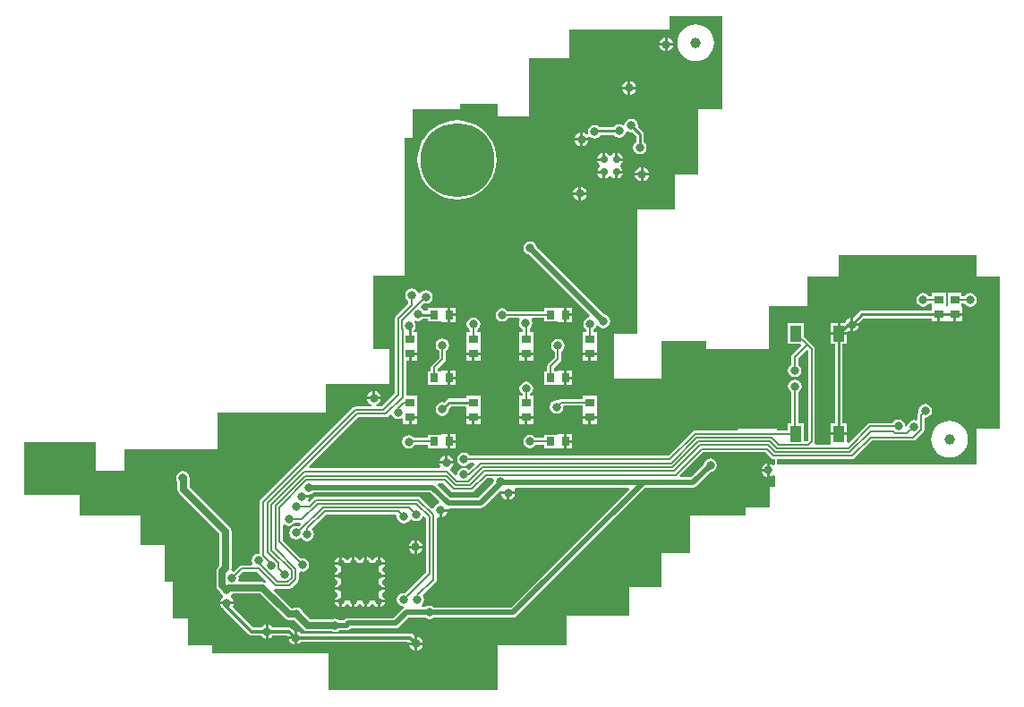
<source format=gtl>
G04 Layer_Physical_Order=1*
G04 Layer_Color=255*
%FSLAX25Y25*%
%MOIN*%
G70*
G01*
G75*
%ADD10C,0.03937*%
%ADD11R,0.03347X0.03150*%
%ADD12R,0.03150X0.03347*%
%ADD13R,0.04134X0.05906*%
%ADD14C,0.00700*%
%ADD15C,0.00709*%
%ADD16C,0.02000*%
%ADD17C,0.01200*%
%ADD18C,0.01000*%
%ADD19C,0.02500*%
%ADD20R,0.14173X0.14173*%
%ADD21C,0.27559*%
%ADD22C,0.03150*%
%ADD23C,0.02800*%
%ADD24C,0.02598*%
G36*
X1547994Y1517416D02*
X1547761Y1516680D01*
X1547134Y1516420D01*
X1546597Y1516008D01*
X1546184Y1515470D01*
X1545966Y1514944D01*
X1545614Y1514789D01*
X1545202Y1514718D01*
X1541007Y1518912D01*
X1540594Y1519188D01*
X1540106Y1519285D01*
X1502040D01*
X1501552Y1519188D01*
X1501138Y1518912D01*
X1499549Y1517323D01*
X1499022Y1517785D01*
X1499114Y1517906D01*
X1499374Y1518532D01*
X1499396Y1518704D01*
X1496865D01*
Y1519704D01*
X1499449D01*
X1499463Y1519925D01*
X1499994Y1520207D01*
X1500441Y1520296D01*
X1501031Y1520690D01*
X1544720D01*
X1547994Y1517416D01*
D02*
G37*
G36*
X1568332Y1525322D02*
X1568205Y1524685D01*
X1568235Y1524537D01*
X1562446Y1518748D01*
X1552141D01*
X1547513Y1523376D01*
X1547803Y1524076D01*
X1549502D01*
X1552462Y1521116D01*
X1552876Y1520839D01*
X1553363Y1520742D01*
X1560026D01*
X1560513Y1520839D01*
X1560927Y1521116D01*
X1565833Y1526022D01*
X1567867D01*
X1568332Y1525322D01*
D02*
G37*
G36*
X1483628Y1487654D02*
X1483182Y1487110D01*
X1482985Y1487242D01*
X1482146Y1487409D01*
X1473580D01*
X1473122Y1488109D01*
X1473252Y1488760D01*
X1473133Y1489356D01*
X1474900Y1491123D01*
X1480159D01*
X1483628Y1487654D01*
D02*
G37*
G36*
X1653307Y1663661D02*
X1644449D01*
Y1639055D01*
X1635591D01*
Y1626260D01*
X1621811D01*
Y1580000D01*
X1612953D01*
Y1563268D01*
X1630669D01*
Y1577047D01*
X1647402D01*
Y1574094D01*
X1670630D01*
Y1590236D01*
X1685197D01*
Y1601260D01*
X1696614D01*
Y1609134D01*
X1748189D01*
Y1601260D01*
X1756850D01*
Y1544567D01*
X1748189D01*
Y1531181D01*
X1673779D01*
Y1533125D01*
X1701628D01*
X1702115Y1533222D01*
X1702529Y1533498D01*
X1709083Y1540053D01*
X1724480D01*
X1724967Y1540150D01*
X1725381Y1540426D01*
X1728188Y1543233D01*
X1728465Y1543647D01*
X1728562Y1544135D01*
Y1548362D01*
X1728898Y1548638D01*
X1729863Y1548830D01*
X1730682Y1549377D01*
X1731229Y1550196D01*
X1731421Y1551161D01*
X1731229Y1552127D01*
X1730682Y1552946D01*
X1729863Y1553493D01*
X1728898Y1553685D01*
X1727932Y1553493D01*
X1727113Y1552946D01*
X1726566Y1552127D01*
X1726374Y1551161D01*
X1726510Y1550478D01*
X1726386Y1550354D01*
X1726110Y1549940D01*
X1726012Y1549452D01*
Y1548075D01*
X1725312Y1547615D01*
X1724665Y1547744D01*
X1723700Y1547552D01*
X1722881Y1547005D01*
X1722334Y1546186D01*
X1722154Y1545281D01*
X1721480Y1545354D01*
X1721288Y1546320D01*
X1720741Y1547139D01*
X1719922Y1547686D01*
X1718957Y1547878D01*
X1717991Y1547686D01*
X1717172Y1547139D01*
X1716832Y1546629D01*
X1708425D01*
X1707937Y1546532D01*
X1707524Y1546255D01*
X1700480Y1539211D01*
X1699780Y1539501D01*
Y1542098D01*
X1696713D01*
X1693646D01*
Y1539176D01*
X1693646Y1538646D01*
X1693016Y1538476D01*
X1688073D01*
X1687699Y1539176D01*
X1687752Y1539256D01*
X1687849Y1539744D01*
Y1574193D01*
X1687752Y1574681D01*
X1687476Y1575094D01*
X1685803Y1576767D01*
X1683735Y1578835D01*
Y1583853D01*
X1677801D01*
Y1576147D01*
X1682390D01*
X1682680Y1575447D01*
X1679374Y1572141D01*
X1679098Y1571728D01*
X1679001Y1571240D01*
Y1568345D01*
X1678491Y1568005D01*
X1677944Y1567186D01*
X1677752Y1566220D01*
X1677944Y1565255D01*
X1678491Y1564436D01*
X1679310Y1563889D01*
X1680276Y1563697D01*
X1681241Y1563889D01*
X1682060Y1564436D01*
X1682607Y1565255D01*
X1682799Y1566220D01*
X1682607Y1567186D01*
X1682060Y1568005D01*
X1681550Y1568345D01*
Y1570712D01*
X1684669Y1573831D01*
X1685300Y1573472D01*
Y1540272D01*
X1684902Y1539873D01*
X1683735D01*
Y1546451D01*
X1681648D01*
Y1558190D01*
X1682158Y1558531D01*
X1682705Y1559349D01*
X1682897Y1560315D01*
X1682705Y1561281D01*
X1682158Y1562099D01*
X1681340Y1562646D01*
X1680374Y1562838D01*
X1679408Y1562646D01*
X1678590Y1562099D01*
X1678043Y1561281D01*
X1677851Y1560315D01*
X1678043Y1559349D01*
X1678590Y1558531D01*
X1679099Y1558190D01*
Y1546451D01*
X1677801D01*
Y1543873D01*
X1673779D01*
Y1544567D01*
X1659213D01*
Y1544567D01*
X1659213D01*
X1659198Y1543873D01*
X1643268D01*
X1642780Y1543776D01*
X1642366Y1543500D01*
X1633291Y1534424D01*
X1559270D01*
X1558930Y1534934D01*
X1558111Y1535481D01*
X1557146Y1535673D01*
X1556180Y1535481D01*
X1555361Y1534934D01*
X1554815Y1534115D01*
X1554622Y1533150D01*
X1554815Y1532184D01*
X1555361Y1531365D01*
X1556180Y1530818D01*
X1557146Y1530626D01*
X1558111Y1530818D01*
X1558930Y1531365D01*
X1559270Y1531875D01*
X1560752D01*
X1561020Y1531228D01*
X1559009Y1529217D01*
X1558930Y1529225D01*
X1558111Y1529772D01*
X1557146Y1529964D01*
X1556180Y1529772D01*
X1555361Y1529225D01*
X1554815Y1528407D01*
X1554634Y1527501D01*
X1554408Y1527359D01*
X1553959Y1527186D01*
X1552161Y1528984D01*
X1552127Y1529123D01*
X1552259Y1529877D01*
X1552529Y1530084D01*
X1552942Y1530622D01*
X1553201Y1531249D01*
X1553224Y1531421D01*
X1548162D01*
X1548184Y1531249D01*
X1548444Y1530622D01*
X1548539Y1530498D01*
X1548194Y1529798D01*
X1499717D01*
X1499449Y1530445D01*
X1517808Y1548804D01*
X1528209D01*
X1528696Y1548901D01*
X1529110Y1549177D01*
X1529645Y1549713D01*
X1530435Y1549512D01*
X1530854Y1548885D01*
X1531672Y1548338D01*
X1532638Y1548146D01*
X1533603Y1548338D01*
X1533776Y1548454D01*
X1534394Y1548124D01*
Y1546224D01*
X1536567D01*
Y1548799D01*
X1537067D01*
Y1549299D01*
X1539740D01*
Y1551178D01*
X1539740Y1551374D01*
X1539740Y1551374D01*
X1539640Y1551836D01*
X1539640D01*
Y1556786D01*
X1535621D01*
Y1569847D01*
X1536567D01*
Y1572421D01*
X1537067D01*
Y1572921D01*
X1539740D01*
Y1574800D01*
X1539740Y1574996D01*
X1539740Y1574996D01*
X1539640Y1575458D01*
X1539640D01*
Y1580408D01*
X1538494D01*
Y1581125D01*
X1539004Y1581889D01*
X1539196Y1582854D01*
X1539004Y1583820D01*
X1538653Y1584346D01*
X1539144Y1584845D01*
X1539156Y1584853D01*
X1540118Y1584662D01*
X1541084Y1584854D01*
X1541902Y1585401D01*
X1542009Y1585561D01*
X1543647D01*
Y1584415D01*
X1548400D01*
X1549059Y1584315D01*
X1549255Y1584315D01*
X1551134D01*
Y1586988D01*
Y1589661D01*
X1549255D01*
X1549059Y1589661D01*
X1548400Y1589561D01*
X1543647D01*
Y1588416D01*
X1542272D01*
X1541902Y1588969D01*
X1541354Y1589336D01*
X1541184Y1590156D01*
X1542234Y1591206D01*
X1542972Y1591059D01*
X1543938Y1591251D01*
X1544757Y1591798D01*
X1545304Y1592617D01*
X1545496Y1593583D01*
X1545304Y1594548D01*
X1544757Y1595367D01*
X1543938Y1595914D01*
X1542972Y1596106D01*
X1542007Y1595914D01*
X1541188Y1595367D01*
X1540870Y1594890D01*
X1540127Y1595038D01*
X1540087Y1595237D01*
X1539540Y1596056D01*
X1538721Y1596603D01*
X1537756Y1596795D01*
X1536790Y1596603D01*
X1535972Y1596056D01*
X1535425Y1595237D01*
X1535233Y1594272D01*
X1535425Y1593306D01*
X1535972Y1592487D01*
X1536481Y1592147D01*
Y1591034D01*
X1531754Y1586306D01*
X1531477Y1585892D01*
X1531380Y1585405D01*
Y1557612D01*
X1526519Y1552750D01*
X1524625D01*
X1524486Y1553450D01*
X1524957Y1553645D01*
X1525495Y1554058D01*
X1525907Y1554596D01*
X1526167Y1555222D01*
X1526190Y1555394D01*
X1521127D01*
X1521150Y1555222D01*
X1521409Y1554596D01*
X1521822Y1554058D01*
X1522360Y1553645D01*
X1522831Y1553450D01*
X1522692Y1552750D01*
X1516702D01*
X1516214Y1552653D01*
X1515801Y1552377D01*
X1481441Y1518017D01*
X1481165Y1517604D01*
X1481068Y1517116D01*
Y1498286D01*
X1480571Y1497878D01*
X1479605Y1497686D01*
X1478787Y1497139D01*
X1478240Y1496320D01*
X1478048Y1495354D01*
X1478240Y1494389D01*
X1478300Y1494298D01*
X1477970Y1493680D01*
X1474370D01*
X1473881Y1493583D01*
X1473466Y1493306D01*
X1471477Y1491317D01*
X1470870Y1491420D01*
X1470460Y1492042D01*
X1470558Y1492537D01*
Y1506279D01*
X1470391Y1507118D01*
X1469916Y1507830D01*
X1454909Y1522837D01*
Y1525486D01*
X1455043Y1526161D01*
X1454851Y1527127D01*
X1454304Y1527946D01*
X1453485Y1528493D01*
X1452520Y1528685D01*
X1451554Y1528493D01*
X1450735Y1527946D01*
X1450189Y1527127D01*
X1449996Y1526161D01*
X1450189Y1525196D01*
X1450524Y1524693D01*
Y1521929D01*
X1450691Y1521090D01*
X1451167Y1520379D01*
X1466174Y1505371D01*
Y1493445D01*
X1465657Y1492928D01*
X1465181Y1492217D01*
X1465015Y1491378D01*
Y1486081D01*
X1465181Y1485242D01*
X1465657Y1484531D01*
X1466478Y1483709D01*
X1466527Y1483463D01*
X1467074Y1482645D01*
X1467290Y1482500D01*
X1467337Y1482388D01*
X1467297Y1481654D01*
X1467022Y1481443D01*
X1466609Y1480905D01*
X1466350Y1480278D01*
X1466327Y1480106D01*
X1471389D01*
X1471367Y1480278D01*
X1471107Y1480905D01*
X1470695Y1481443D01*
X1470419Y1481654D01*
X1470380Y1482388D01*
X1470426Y1482500D01*
X1470642Y1482645D01*
X1470896Y1483024D01*
X1481238D01*
X1490340Y1473922D01*
X1491051Y1473447D01*
X1491890Y1473280D01*
X1493669D01*
X1493877Y1473141D01*
X1494000Y1473117D01*
X1497328Y1469788D01*
X1498039Y1469313D01*
X1498878Y1469147D01*
X1507940D01*
X1508149Y1469007D01*
X1508972Y1468844D01*
X1508903Y1468144D01*
X1496521D01*
X1496285Y1468451D01*
X1495747Y1468863D01*
X1495121Y1469123D01*
X1494949Y1469145D01*
Y1466614D01*
Y1464083D01*
X1495121Y1464106D01*
X1495747Y1464365D01*
X1496285Y1464778D01*
X1496521Y1465085D01*
X1536183D01*
X1536305Y1464949D01*
X1538831D01*
Y1467112D01*
X1538247Y1467696D01*
X1537751Y1468027D01*
X1537165Y1468144D01*
X1509325D01*
X1509256Y1468844D01*
X1510080Y1469007D01*
X1510669Y1469401D01*
X1513446D01*
X1514187Y1469549D01*
X1514816Y1469969D01*
X1514962Y1470115D01*
X1531580D01*
X1532322Y1470263D01*
X1532950Y1470683D01*
X1536491Y1474224D01*
X1542549D01*
X1543286Y1473732D01*
X1544252Y1473540D01*
X1545218Y1473732D01*
X1545807Y1474126D01*
X1575453D01*
X1576194Y1474273D01*
X1576823Y1474693D01*
X1624680Y1522551D01*
X1642480D01*
X1643222Y1522698D01*
X1643850Y1523118D01*
X1649148Y1528416D01*
X1649844Y1528555D01*
X1650662Y1529102D01*
X1651209Y1529920D01*
X1651401Y1530886D01*
X1651209Y1531851D01*
X1650662Y1532670D01*
X1649844Y1533217D01*
X1648878Y1533409D01*
X1647912Y1533217D01*
X1647094Y1532670D01*
X1646547Y1531851D01*
X1646408Y1531156D01*
X1641678Y1526425D01*
X1637760D01*
X1637492Y1527072D01*
X1646148Y1535728D01*
X1669366D01*
X1671595Y1533498D01*
X1672009Y1533222D01*
X1672496Y1533125D01*
X1672992D01*
Y1531147D01*
X1672466Y1530918D01*
X1672292Y1530888D01*
X1671793Y1531271D01*
X1671166Y1531531D01*
X1670994Y1531554D01*
Y1529022D01*
Y1526491D01*
X1671166Y1526514D01*
X1671793Y1526773D01*
X1672292Y1527156D01*
X1672466Y1527127D01*
X1672992Y1526898D01*
Y1522913D01*
X1671024D01*
Y1515039D01*
X1662165D01*
Y1512087D01*
X1641496D01*
Y1498307D01*
X1630669D01*
Y1485512D01*
X1618858D01*
Y1474685D01*
X1595236D01*
Y1463858D01*
X1569646D01*
Y1447126D01*
X1506653D01*
Y1460905D01*
X1463346D01*
Y1463858D01*
X1454488D01*
Y1473701D01*
X1448583D01*
Y1487480D01*
X1445630D01*
Y1501260D01*
X1436772D01*
Y1512087D01*
X1414134D01*
Y1519961D01*
X1393465D01*
Y1539646D01*
X1420039D01*
Y1528819D01*
X1430866D01*
Y1536693D01*
X1465315D01*
Y1550472D01*
X1505669D01*
Y1561299D01*
X1529291D01*
Y1574094D01*
X1523386D01*
Y1601653D01*
X1535197D01*
Y1651850D01*
Y1652835D01*
X1538150D01*
Y1663661D01*
X1555866D01*
Y1665630D01*
X1569646D01*
Y1660709D01*
X1581457D01*
Y1682362D01*
X1596220D01*
Y1693189D01*
X1633622D01*
Y1698110D01*
X1653307D01*
Y1663661D01*
D02*
G37*
G36*
X1618554Y1521904D02*
X1574650Y1478000D01*
X1545807D01*
X1545218Y1478394D01*
X1544252Y1478586D01*
X1543286Y1478394D01*
X1542844Y1478099D01*
X1541513D01*
X1541301Y1478799D01*
X1541607Y1479003D01*
X1542154Y1479822D01*
X1542346Y1480787D01*
X1542154Y1481753D01*
X1541685Y1482455D01*
X1546648Y1487418D01*
X1546925Y1487831D01*
X1547022Y1488319D01*
Y1511211D01*
X1547722Y1511679D01*
X1547761Y1511663D01*
X1547933Y1511640D01*
Y1514171D01*
X1548433D01*
Y1514671D01*
X1551417D01*
X1551644Y1514874D01*
X1563248D01*
X1563989Y1515021D01*
X1564618Y1515441D01*
X1570436Y1521259D01*
X1570829Y1521065D01*
X1576179D01*
X1576156Y1521238D01*
X1575897Y1521864D01*
X1576252Y1522551D01*
X1618287D01*
X1618554Y1521904D01*
D02*
G37*
G36*
X1532205Y1511911D02*
X1532181Y1511791D01*
X1532374Y1510826D01*
X1532920Y1510007D01*
X1533739Y1509460D01*
X1534705Y1509268D01*
X1535670Y1509460D01*
X1536489Y1510007D01*
X1536909Y1510636D01*
X1537508Y1510765D01*
X1537732Y1510736D01*
X1538463Y1510248D01*
X1539429Y1510056D01*
X1540395Y1510248D01*
X1541213Y1510795D01*
X1541751Y1511599D01*
X1541824Y1511703D01*
X1542515Y1511824D01*
X1543076Y1511263D01*
Y1491158D01*
X1535208Y1483290D01*
X1534606Y1483409D01*
X1533641Y1483217D01*
X1532822Y1482670D01*
X1532275Y1481851D01*
X1532083Y1480886D01*
X1532275Y1479920D01*
X1532822Y1479102D01*
X1533641Y1478555D01*
X1534373Y1478409D01*
X1534564Y1477695D01*
X1534319Y1477531D01*
X1530778Y1473990D01*
X1514160D01*
X1513419Y1473843D01*
X1512790Y1473423D01*
X1512644Y1473276D01*
X1510669D01*
X1510080Y1473670D01*
X1509114Y1473862D01*
X1508149Y1473670D01*
X1507940Y1473531D01*
X1499786D01*
X1497247Y1476070D01*
X1497174Y1476438D01*
X1496627Y1477257D01*
X1495808Y1477804D01*
X1494843Y1477996D01*
X1493877Y1477804D01*
X1493669Y1477665D01*
X1492798D01*
X1486310Y1484153D01*
X1486574Y1484804D01*
X1486618Y1484835D01*
X1487066Y1484745D01*
X1487066Y1484745D01*
X1491988D01*
X1492477Y1484843D01*
X1492892Y1485120D01*
X1495249Y1487477D01*
X1495526Y1487891D01*
X1495623Y1488381D01*
Y1490951D01*
X1496323Y1491393D01*
X1497008Y1491256D01*
X1497974Y1491448D01*
X1498792Y1491995D01*
X1499339Y1492814D01*
X1499531Y1493779D01*
X1499339Y1494745D01*
X1498792Y1495564D01*
X1497974Y1496111D01*
X1497008Y1496303D01*
X1496407Y1496183D01*
X1489585Y1503005D01*
Y1508638D01*
X1490285Y1508903D01*
X1490924Y1508476D01*
X1491890Y1508284D01*
X1492855Y1508476D01*
X1493674Y1509023D01*
X1494015Y1509533D01*
X1496189D01*
X1496479Y1508833D01*
X1495644Y1507998D01*
X1495611Y1508020D01*
X1494646Y1508212D01*
X1493680Y1508020D01*
X1492861Y1507473D01*
X1492315Y1506655D01*
X1492122Y1505689D01*
X1492315Y1504723D01*
X1492861Y1503905D01*
X1493680Y1503358D01*
X1494646Y1503166D01*
X1495611Y1503358D01*
X1496430Y1503905D01*
X1496667D01*
X1496995Y1503413D01*
X1497814Y1502866D01*
X1498779Y1502674D01*
X1499745Y1502866D01*
X1500564Y1503413D01*
X1501111Y1504231D01*
X1501303Y1505197D01*
X1501111Y1506162D01*
X1500564Y1506981D01*
X1500532Y1507305D01*
X1505773Y1512546D01*
X1531664D01*
X1532205Y1511911D01*
D02*
G37*
%LPC*%
G36*
X1539740Y1548299D02*
X1537567D01*
Y1546224D01*
X1539740D01*
Y1548299D01*
D02*
G37*
G36*
X1699780Y1579500D02*
X1696713D01*
X1693646D01*
Y1576047D01*
X1695285D01*
Y1546551D01*
X1693646D01*
Y1543098D01*
X1696713D01*
X1699780D01*
Y1546551D01*
X1698140D01*
Y1576047D01*
X1699780D01*
Y1579500D01*
D02*
G37*
G36*
X1592366Y1542417D02*
X1591708Y1542317D01*
X1586954D01*
Y1541019D01*
X1583877D01*
X1583536Y1541528D01*
X1582718Y1542075D01*
X1581752Y1542267D01*
X1580786Y1542075D01*
X1579968Y1541528D01*
X1579421Y1540710D01*
X1579229Y1539744D01*
X1579421Y1538778D01*
X1579968Y1537960D01*
X1580786Y1537413D01*
X1581752Y1537221D01*
X1582718Y1537413D01*
X1583536Y1537960D01*
X1583877Y1538470D01*
X1586954D01*
Y1537171D01*
X1591708D01*
X1592366Y1537071D01*
X1592562Y1537071D01*
X1594441D01*
Y1539744D01*
Y1542417D01*
X1592562D01*
X1592368Y1542417D01*
X1592366D01*
D02*
G37*
G36*
X1597516Y1539244D02*
X1595441D01*
Y1537071D01*
X1597516D01*
Y1539244D01*
D02*
G37*
G36*
X1554209Y1539244D02*
X1552134D01*
Y1537071D01*
X1554209D01*
Y1539244D01*
D02*
G37*
G36*
X1737953Y1547468D02*
X1736619Y1547337D01*
X1735336Y1546948D01*
X1734154Y1546316D01*
X1733117Y1545465D01*
X1732267Y1544429D01*
X1731635Y1543247D01*
X1731246Y1541964D01*
X1731114Y1540630D01*
X1731246Y1539296D01*
X1731635Y1538013D01*
X1732267Y1536831D01*
X1733117Y1535794D01*
X1734154Y1534944D01*
X1735336Y1534312D01*
X1736619Y1533923D01*
X1737953Y1533792D01*
X1739287Y1533923D01*
X1740570Y1534312D01*
X1741752Y1534944D01*
X1742788Y1535794D01*
X1743639Y1536831D01*
X1744271Y1538013D01*
X1744660Y1539296D01*
X1744791Y1540630D01*
X1744660Y1541964D01*
X1744271Y1543247D01*
X1743639Y1544429D01*
X1742788Y1545465D01*
X1741752Y1546316D01*
X1740570Y1546948D01*
X1739287Y1547337D01*
X1737953Y1547468D01*
D02*
G37*
G36*
X1549059Y1542417D02*
X1548400Y1542317D01*
X1543647D01*
Y1541019D01*
X1538634D01*
X1538359Y1541430D01*
X1537540Y1541977D01*
X1536575Y1542169D01*
X1535609Y1541977D01*
X1534791Y1541430D01*
X1534244Y1540611D01*
X1534052Y1539646D01*
X1534244Y1538680D01*
X1534791Y1537861D01*
X1535609Y1537315D01*
X1536575Y1537122D01*
X1537540Y1537315D01*
X1538359Y1537861D01*
X1538765Y1538470D01*
X1543647D01*
Y1537171D01*
X1548400D01*
X1549059Y1537071D01*
X1549255Y1537071D01*
X1551134D01*
Y1539744D01*
Y1542417D01*
X1549255D01*
X1549061Y1542417D01*
X1549059D01*
D02*
G37*
G36*
X1595441Y1542417D02*
Y1540244D01*
X1597516D01*
Y1542417D01*
X1595441D01*
D02*
G37*
G36*
X1552134D02*
Y1540244D01*
X1554209D01*
Y1542417D01*
X1552134D01*
D02*
G37*
G36*
X1523158Y1558426D02*
X1522986Y1558403D01*
X1522360Y1558143D01*
X1521822Y1557731D01*
X1521409Y1557193D01*
X1521150Y1556567D01*
X1521127Y1556394D01*
X1523158D01*
Y1558426D01*
D02*
G37*
G36*
X1563262Y1556786D02*
X1558116D01*
Y1555739D01*
X1551634D01*
X1551634Y1555739D01*
X1551088Y1555630D01*
X1550624Y1555320D01*
X1550624Y1555320D01*
X1549594Y1554290D01*
X1549173Y1554374D01*
X1548208Y1554182D01*
X1547389Y1553635D01*
X1546842Y1552816D01*
X1546650Y1551850D01*
X1546842Y1550885D01*
X1547389Y1550066D01*
X1548208Y1549519D01*
X1549173Y1549327D01*
X1550139Y1549519D01*
X1550957Y1550066D01*
X1551504Y1550885D01*
X1551696Y1551850D01*
X1551613Y1552271D01*
X1552225Y1552884D01*
X1557621D01*
X1558116Y1552389D01*
Y1552033D01*
X1558016Y1551374D01*
X1558016Y1551178D01*
Y1549299D01*
X1563362D01*
Y1551178D01*
X1563362Y1551374D01*
X1563262Y1552033D01*
Y1552074D01*
Y1556786D01*
D02*
G37*
G36*
X1606569D02*
X1601423D01*
Y1555585D01*
X1593268D01*
X1592780Y1555488D01*
X1592367Y1555212D01*
X1592196Y1555042D01*
X1591595Y1555161D01*
X1590629Y1554969D01*
X1589810Y1554422D01*
X1589263Y1553603D01*
X1589071Y1552638D01*
X1589263Y1551672D01*
X1589810Y1550854D01*
X1590629Y1550307D01*
X1591595Y1550115D01*
X1592560Y1550307D01*
X1593379Y1550854D01*
X1593926Y1551672D01*
X1594118Y1552638D01*
X1594445Y1553036D01*
X1601423D01*
Y1552033D01*
X1601323Y1551374D01*
X1601323Y1551178D01*
Y1549299D01*
X1606669D01*
Y1551178D01*
X1606669Y1551374D01*
X1606569Y1552033D01*
Y1552074D01*
Y1556786D01*
D02*
G37*
G36*
X1592185Y1577897D02*
X1591219Y1577705D01*
X1590401Y1577158D01*
X1589854Y1576340D01*
X1589662Y1575374D01*
X1589854Y1574408D01*
X1590401Y1573590D01*
X1590911Y1573249D01*
Y1570981D01*
X1588528Y1568598D01*
X1588252Y1568185D01*
X1588155Y1567697D01*
Y1565939D01*
X1586954D01*
Y1560793D01*
X1591708D01*
X1592366Y1560693D01*
X1592562Y1560693D01*
X1594441D01*
Y1563366D01*
Y1566039D01*
X1592562D01*
X1592366Y1566039D01*
X1591708Y1565939D01*
X1590704D01*
Y1567169D01*
X1593086Y1569552D01*
X1593363Y1569965D01*
X1593460Y1570453D01*
Y1573249D01*
X1593969Y1573590D01*
X1594516Y1574408D01*
X1594708Y1575374D01*
X1594516Y1576340D01*
X1593969Y1577158D01*
X1593151Y1577705D01*
X1592185Y1577897D01*
D02*
G37*
G36*
X1549173Y1578094D02*
X1548208Y1577902D01*
X1547389Y1577355D01*
X1546842Y1576536D01*
X1546650Y1575571D01*
X1546842Y1574605D01*
X1547389Y1573787D01*
X1547899Y1573446D01*
Y1570981D01*
X1545221Y1568303D01*
X1544945Y1567889D01*
X1544848Y1567402D01*
Y1565939D01*
X1543647D01*
Y1560793D01*
X1548400D01*
X1549059Y1560693D01*
X1549255Y1560693D01*
X1551134D01*
Y1563366D01*
Y1566039D01*
X1549255D01*
X1549059Y1566039D01*
X1548400Y1565939D01*
X1547396D01*
Y1566874D01*
X1550074Y1569552D01*
X1550351Y1569965D01*
X1550448Y1570453D01*
Y1573446D01*
X1550957Y1573787D01*
X1551504Y1574605D01*
X1551696Y1575571D01*
X1551504Y1576536D01*
X1550957Y1577355D01*
X1550139Y1577902D01*
X1549173Y1578094D01*
D02*
G37*
G36*
X1524158Y1558426D02*
Y1556394D01*
X1526190D01*
X1526167Y1556567D01*
X1525907Y1557193D01*
X1525495Y1557731D01*
X1524957Y1558143D01*
X1524331Y1558403D01*
X1524158Y1558426D01*
D02*
G37*
G36*
X1580374Y1562051D02*
X1579408Y1561859D01*
X1578590Y1561312D01*
X1578043Y1560493D01*
X1577851Y1559528D01*
X1578043Y1558562D01*
X1578590Y1557743D01*
X1578975Y1557486D01*
X1578886Y1556786D01*
X1577801D01*
Y1552033D01*
X1577701Y1551374D01*
X1577701Y1551178D01*
Y1549299D01*
X1583047D01*
Y1551178D01*
X1583047Y1551374D01*
X1582947Y1552033D01*
Y1556786D01*
X1581862D01*
X1581773Y1557486D01*
X1582158Y1557743D01*
X1582705Y1558562D01*
X1582897Y1559528D01*
X1582705Y1560493D01*
X1582158Y1561312D01*
X1581340Y1561859D01*
X1580374Y1562051D01*
D02*
G37*
G36*
X1579874Y1548299D02*
X1577701D01*
Y1546224D01*
X1579874D01*
Y1548299D01*
D02*
G37*
G36*
X1563362D02*
X1561189D01*
Y1546224D01*
X1563362D01*
Y1548299D01*
D02*
G37*
G36*
X1560189D02*
X1558016D01*
Y1546224D01*
X1560189D01*
Y1548299D01*
D02*
G37*
G36*
X1606669D02*
X1604496D01*
Y1546224D01*
X1606669D01*
Y1548299D01*
D02*
G37*
G36*
X1603496D02*
X1601323D01*
Y1546224D01*
X1603496D01*
Y1548299D01*
D02*
G37*
G36*
X1583047D02*
X1580874D01*
Y1546224D01*
X1583047D01*
Y1548299D01*
D02*
G37*
G36*
X1527678Y1479795D02*
X1525933D01*
Y1478051D01*
X1526330Y1478129D01*
X1527091Y1478638D01*
X1527599Y1479398D01*
X1527678Y1479795D01*
D02*
G37*
G36*
X1510760D02*
X1509015D01*
X1509094Y1479398D01*
X1509602Y1478638D01*
X1510363Y1478129D01*
X1510760Y1478051D01*
Y1479795D01*
D02*
G37*
G36*
Y1496713D02*
X1510363Y1496634D01*
X1509602Y1496126D01*
X1509094Y1495366D01*
X1509015Y1494968D01*
X1510760D01*
Y1496713D01*
D02*
G37*
G36*
X1524933D02*
X1524536Y1496634D01*
X1523775Y1496126D01*
X1523465Y1495662D01*
X1522676D01*
X1522366Y1496126D01*
X1521606Y1496634D01*
X1521209Y1496713D01*
Y1494468D01*
X1520209D01*
Y1496713D01*
X1519812Y1496634D01*
X1519051Y1496126D01*
X1518741Y1495662D01*
X1517952D01*
X1517642Y1496126D01*
X1516881Y1496634D01*
X1516484Y1496713D01*
Y1494468D01*
X1515484D01*
Y1496713D01*
X1515087Y1496634D01*
X1514327Y1496126D01*
X1514017Y1495662D01*
X1513228D01*
X1512918Y1496126D01*
X1512157Y1496634D01*
X1511760Y1496713D01*
Y1494468D01*
X1511260D01*
Y1493968D01*
X1509015D01*
X1509094Y1493571D01*
X1509602Y1492811D01*
X1510066Y1492501D01*
Y1491712D01*
X1509602Y1491402D01*
X1509094Y1490641D01*
X1509015Y1490244D01*
X1511260D01*
Y1489244D01*
X1509015D01*
X1509094Y1488847D01*
X1509602Y1488086D01*
X1510066Y1487776D01*
Y1486987D01*
X1509602Y1486677D01*
X1509094Y1485917D01*
X1509015Y1485520D01*
X1511260D01*
Y1484520D01*
X1509015D01*
X1509094Y1484122D01*
X1509602Y1483362D01*
X1510066Y1483052D01*
Y1482263D01*
X1509602Y1481953D01*
X1509094Y1481192D01*
X1509015Y1480795D01*
X1511260D01*
Y1480295D01*
X1511760D01*
Y1478051D01*
X1512157Y1478129D01*
X1512918Y1478638D01*
X1513228Y1479102D01*
X1514017D01*
X1514327Y1478638D01*
X1515087Y1478129D01*
X1515484Y1478051D01*
Y1480295D01*
X1516484D01*
Y1478051D01*
X1516881Y1478129D01*
X1517642Y1478638D01*
X1517952Y1479102D01*
X1518741D01*
X1519051Y1478638D01*
X1519812Y1478129D01*
X1520209Y1478051D01*
Y1480295D01*
X1521209D01*
Y1478051D01*
X1521606Y1478129D01*
X1522366Y1478638D01*
X1522676Y1479102D01*
X1523465D01*
X1523775Y1478638D01*
X1524536Y1478129D01*
X1524933Y1478051D01*
Y1480295D01*
X1525433D01*
Y1480795D01*
X1527678D01*
X1527599Y1481192D01*
X1527091Y1481953D01*
X1526626Y1482263D01*
Y1483052D01*
X1527091Y1483362D01*
X1527599Y1484122D01*
X1527678Y1484520D01*
X1525433D01*
Y1485520D01*
X1527678D01*
X1527599Y1485917D01*
X1527091Y1486677D01*
X1526626Y1486987D01*
Y1487776D01*
X1527091Y1488086D01*
X1527599Y1488847D01*
X1527678Y1489244D01*
X1525433D01*
Y1490244D01*
X1527678D01*
X1527599Y1490641D01*
X1527091Y1491402D01*
X1526626Y1491712D01*
Y1492501D01*
X1527091Y1492811D01*
X1527599Y1493571D01*
X1527678Y1493968D01*
X1525433D01*
Y1494468D01*
X1524933D01*
Y1496713D01*
D02*
G37*
G36*
X1525933D02*
Y1494968D01*
X1527678D01*
X1527599Y1495366D01*
X1527091Y1496126D01*
X1526330Y1496634D01*
X1525933Y1496713D01*
D02*
G37*
G36*
X1484221Y1471409D02*
Y1468878D01*
Y1466347D01*
X1484393Y1466369D01*
X1485019Y1466629D01*
X1485557Y1467042D01*
X1485792Y1467349D01*
X1491397D01*
X1491613Y1467114D01*
X1493949D01*
Y1469179D01*
X1493168Y1469959D01*
X1492672Y1470291D01*
X1492087Y1470407D01*
X1485792D01*
X1485557Y1470714D01*
X1485019Y1471127D01*
X1484393Y1471387D01*
X1484221Y1471409D01*
D02*
G37*
G36*
X1541862Y1463949D02*
X1539831D01*
Y1461918D01*
X1540003Y1461940D01*
X1540629Y1462200D01*
X1541167Y1462612D01*
X1541580Y1463150D01*
X1541839Y1463777D01*
X1541862Y1463949D01*
D02*
G37*
G36*
X1538831D02*
X1536800D01*
X1536822Y1463777D01*
X1537082Y1463150D01*
X1537494Y1462612D01*
X1538032Y1462200D01*
X1538659Y1461940D01*
X1538831Y1461918D01*
Y1463949D01*
D02*
G37*
G36*
X1493949Y1466114D02*
X1491918D01*
X1491940Y1465942D01*
X1492200Y1465316D01*
X1492612Y1464778D01*
X1493150Y1464365D01*
X1493777Y1464106D01*
X1493949Y1464083D01*
Y1466114D01*
D02*
G37*
G36*
X1471389Y1479106D02*
X1466327D01*
X1466350Y1478934D01*
X1466609Y1478308D01*
X1467022Y1477770D01*
X1467560Y1477357D01*
X1467666Y1477313D01*
X1467777Y1477147D01*
X1477127Y1467797D01*
X1477623Y1467465D01*
X1478209Y1467349D01*
X1481649D01*
X1481884Y1467042D01*
X1482422Y1466629D01*
X1483048Y1466369D01*
X1483220Y1466347D01*
Y1468878D01*
Y1471409D01*
X1483048Y1471387D01*
X1482422Y1471127D01*
X1481884Y1470714D01*
X1481649Y1470407D01*
X1478842D01*
X1471035Y1478214D01*
X1471107Y1478308D01*
X1471367Y1478934D01*
X1471389Y1479106D01*
D02*
G37*
G36*
X1539831Y1466980D02*
Y1464949D01*
X1541862D01*
X1541839Y1465121D01*
X1541580Y1465747D01*
X1541167Y1466285D01*
X1540629Y1466698D01*
X1540003Y1466957D01*
X1539831Y1466980D01*
D02*
G37*
G36*
X1669994Y1528522D02*
X1667963D01*
X1667986Y1528350D01*
X1668245Y1527724D01*
X1668658Y1527186D01*
X1669196Y1526773D01*
X1669822Y1526514D01*
X1669994Y1526491D01*
Y1528522D01*
D02*
G37*
G36*
X1576179Y1520065D02*
X1574148D01*
Y1518034D01*
X1574320Y1518057D01*
X1574946Y1518316D01*
X1575484Y1518729D01*
X1575897Y1519267D01*
X1576156Y1519893D01*
X1576179Y1520065D01*
D02*
G37*
G36*
X1669994Y1531554D02*
X1669822Y1531531D01*
X1669196Y1531271D01*
X1668658Y1530859D01*
X1668245Y1530321D01*
X1667986Y1529695D01*
X1667963Y1529522D01*
X1669994D01*
Y1531554D01*
D02*
G37*
G36*
X1551193Y1534452D02*
Y1532421D01*
X1553224D01*
X1553201Y1532593D01*
X1552942Y1533219D01*
X1552529Y1533757D01*
X1551991Y1534170D01*
X1551365Y1534429D01*
X1551193Y1534452D01*
D02*
G37*
G36*
X1550193D02*
X1550021Y1534429D01*
X1549394Y1534170D01*
X1548857Y1533757D01*
X1548444Y1533219D01*
X1548184Y1532593D01*
X1548162Y1532421D01*
X1550193D01*
Y1534452D01*
D02*
G37*
G36*
X1573148Y1520065D02*
X1571117D01*
X1571139Y1519893D01*
X1571399Y1519267D01*
X1571811Y1518729D01*
X1572349Y1518316D01*
X1572976Y1518057D01*
X1573148Y1518034D01*
Y1520065D01*
D02*
G37*
G36*
X1541691Y1499973D02*
X1539660D01*
Y1497941D01*
X1539832Y1497964D01*
X1540458Y1498223D01*
X1540996Y1498636D01*
X1541409Y1499174D01*
X1541668Y1499800D01*
X1541691Y1499973D01*
D02*
G37*
G36*
X1538660D02*
X1536628D01*
X1536651Y1499800D01*
X1536911Y1499174D01*
X1537323Y1498636D01*
X1537861Y1498223D01*
X1538488Y1497964D01*
X1538660Y1497941D01*
Y1499973D01*
D02*
G37*
G36*
Y1503004D02*
X1538488Y1502981D01*
X1537861Y1502722D01*
X1537323Y1502309D01*
X1536911Y1501771D01*
X1536651Y1501145D01*
X1536628Y1500972D01*
X1538660D01*
Y1503004D01*
D02*
G37*
G36*
X1550964Y1513671D02*
X1548933D01*
Y1511640D01*
X1549105Y1511663D01*
X1549732Y1511922D01*
X1550269Y1512335D01*
X1550682Y1512873D01*
X1550941Y1513499D01*
X1550964Y1513671D01*
D02*
G37*
G36*
X1539660Y1503004D02*
Y1500972D01*
X1541691D01*
X1541668Y1501145D01*
X1541409Y1501771D01*
X1540996Y1502309D01*
X1540458Y1502722D01*
X1539832Y1502981D01*
X1539660Y1503004D01*
D02*
G37*
G36*
X1554209Y1562866D02*
X1552134D01*
Y1560693D01*
X1554209D01*
Y1562866D01*
D02*
G37*
G36*
X1608713Y1647111D02*
X1608276Y1647025D01*
X1607482Y1646494D01*
X1606952Y1645700D01*
X1606865Y1645264D01*
X1608713D01*
Y1647111D01*
D02*
G37*
G36*
X1623886Y1641783D02*
Y1639752D01*
X1625917D01*
X1625894Y1639924D01*
X1625635Y1640550D01*
X1625222Y1641088D01*
X1624684Y1641501D01*
X1624058Y1641760D01*
X1623886Y1641783D01*
D02*
G37*
G36*
X1622886D02*
X1622714Y1641760D01*
X1622087Y1641501D01*
X1621549Y1641088D01*
X1621137Y1640550D01*
X1620877Y1639924D01*
X1620855Y1639752D01*
X1622886D01*
Y1641783D01*
D02*
G37*
G36*
X1600445Y1651744D02*
X1598414D01*
X1598436Y1651572D01*
X1598696Y1650946D01*
X1599109Y1650408D01*
X1599646Y1649995D01*
X1600273Y1649736D01*
X1600445Y1649713D01*
Y1651744D01*
D02*
G37*
G36*
X1613437Y1647111D02*
X1613001Y1647025D01*
X1612207Y1646494D01*
X1611996Y1646178D01*
X1611154D01*
X1610943Y1646494D01*
X1610149Y1647025D01*
X1609713Y1647111D01*
Y1644764D01*
X1609213D01*
Y1644264D01*
X1606865D01*
X1606952Y1643827D01*
X1607482Y1643033D01*
X1607798Y1642822D01*
Y1641981D01*
X1607482Y1641770D01*
X1606952Y1640976D01*
X1606865Y1640539D01*
X1609213D01*
Y1640039D01*
X1609713D01*
Y1637692D01*
X1610149Y1637779D01*
X1610943Y1638309D01*
X1611154Y1638625D01*
X1611996D01*
X1612207Y1638309D01*
X1613001Y1637779D01*
X1613437Y1637692D01*
Y1640039D01*
X1613937D01*
Y1640539D01*
X1616285D01*
X1616198Y1640976D01*
X1615667Y1641770D01*
X1615352Y1641981D01*
Y1642822D01*
X1615667Y1643033D01*
X1616198Y1643827D01*
X1616285Y1644264D01*
X1613937D01*
Y1644764D01*
X1613437D01*
Y1647111D01*
D02*
G37*
G36*
X1614437D02*
Y1645264D01*
X1616285D01*
X1616198Y1645700D01*
X1615667Y1646494D01*
X1614873Y1647025D01*
X1614437Y1647111D01*
D02*
G37*
G36*
X1622886Y1638752D02*
X1620855D01*
X1620877Y1638580D01*
X1621137Y1637953D01*
X1621549Y1637416D01*
X1622087Y1637003D01*
X1622714Y1636743D01*
X1622886Y1636721D01*
Y1638752D01*
D02*
G37*
G36*
X1600854Y1634598D02*
Y1632567D01*
X1602885D01*
X1602863Y1632739D01*
X1602603Y1633365D01*
X1602191Y1633903D01*
X1601653Y1634316D01*
X1601027Y1634575D01*
X1600854Y1634598D01*
D02*
G37*
G36*
X1599854D02*
X1599682Y1634575D01*
X1599056Y1634316D01*
X1598518Y1633903D01*
X1598105Y1633365D01*
X1597846Y1632739D01*
X1597823Y1632567D01*
X1599854D01*
Y1634598D01*
D02*
G37*
G36*
X1616285Y1639539D02*
X1614437D01*
Y1637692D01*
X1614873Y1637779D01*
X1615667Y1638309D01*
X1616198Y1639103D01*
X1616285Y1639539D01*
D02*
G37*
G36*
X1608713D02*
X1606865D01*
X1606952Y1639103D01*
X1607482Y1638309D01*
X1608276Y1637779D01*
X1608713Y1637692D01*
Y1639539D01*
D02*
G37*
G36*
X1625917Y1638752D02*
X1623886D01*
Y1636721D01*
X1624058Y1636743D01*
X1624684Y1637003D01*
X1625222Y1637416D01*
X1625635Y1637953D01*
X1625894Y1638580D01*
X1625917Y1638752D01*
D02*
G37*
G36*
X1631904Y1687177D02*
X1629873D01*
X1629896Y1687005D01*
X1630155Y1686379D01*
X1630568Y1685841D01*
X1631106Y1685428D01*
X1631732Y1685169D01*
X1631904Y1685146D01*
Y1687177D01*
D02*
G37*
G36*
X1643465Y1695106D02*
X1642130Y1694975D01*
X1640848Y1694586D01*
X1639665Y1693954D01*
X1638629Y1693103D01*
X1637779Y1692067D01*
X1637147Y1690885D01*
X1636757Y1689602D01*
X1636626Y1688268D01*
X1636757Y1686934D01*
X1637147Y1685651D01*
X1637779Y1684468D01*
X1638629Y1683432D01*
X1639665Y1682582D01*
X1640848Y1681950D01*
X1642130Y1681561D01*
X1643465Y1681429D01*
X1644799Y1681561D01*
X1646082Y1681950D01*
X1647264Y1682582D01*
X1648300Y1683432D01*
X1649150Y1684468D01*
X1649783Y1685651D01*
X1650172Y1686934D01*
X1650303Y1688268D01*
X1650172Y1689602D01*
X1649783Y1690885D01*
X1649150Y1692067D01*
X1648300Y1693103D01*
X1647264Y1693954D01*
X1646082Y1694586D01*
X1644799Y1694975D01*
X1643465Y1695106D01*
D02*
G37*
G36*
X1619196Y1673998D02*
Y1671967D01*
X1621227D01*
X1621204Y1672139D01*
X1620945Y1672766D01*
X1620532Y1673303D01*
X1619994Y1673716D01*
X1619368Y1673976D01*
X1619196Y1673998D01*
D02*
G37*
G36*
X1632904Y1690208D02*
Y1688177D01*
X1634935D01*
X1634913Y1688349D01*
X1634653Y1688976D01*
X1634241Y1689514D01*
X1633703Y1689926D01*
X1633076Y1690186D01*
X1632904Y1690208D01*
D02*
G37*
G36*
X1631904D02*
X1631732Y1690186D01*
X1631106Y1689926D01*
X1630568Y1689514D01*
X1630155Y1688976D01*
X1629896Y1688349D01*
X1629873Y1688177D01*
X1631904D01*
Y1690208D01*
D02*
G37*
G36*
X1634935Y1687177D02*
X1632904D01*
Y1685146D01*
X1633076Y1685169D01*
X1633703Y1685428D01*
X1634241Y1685841D01*
X1634653Y1686379D01*
X1634913Y1687005D01*
X1634935Y1687177D01*
D02*
G37*
G36*
X1619449Y1659955D02*
X1618483Y1659763D01*
X1617665Y1659216D01*
X1617118Y1658397D01*
X1617003Y1657821D01*
X1616257Y1657478D01*
X1615887Y1657725D01*
X1614921Y1657917D01*
X1613956Y1657725D01*
X1613137Y1657178D01*
X1612899Y1656821D01*
X1607706D01*
X1607643Y1656915D01*
X1606824Y1657462D01*
X1605859Y1657655D01*
X1604893Y1657462D01*
X1604074Y1656915D01*
X1603527Y1656097D01*
X1603335Y1655131D01*
X1603503Y1654290D01*
X1603489Y1654278D01*
X1602781Y1654080D01*
X1602243Y1654493D01*
X1601617Y1654753D01*
X1601445Y1654775D01*
Y1652744D01*
X1603476D01*
X1603453Y1652916D01*
X1603344Y1653180D01*
X1603964Y1653512D01*
X1604074Y1653347D01*
X1604893Y1652800D01*
X1605859Y1652608D01*
X1606824Y1652800D01*
X1607643Y1653347D01*
X1608057Y1653966D01*
X1612899D01*
X1613137Y1653609D01*
X1613956Y1653062D01*
X1614921Y1652870D01*
X1615887Y1653062D01*
X1616706Y1653609D01*
X1617253Y1654428D01*
X1617367Y1655004D01*
X1618113Y1655347D01*
X1618483Y1655100D01*
X1619449Y1654908D01*
X1619870Y1654992D01*
X1621243Y1653618D01*
Y1651297D01*
X1620887Y1651059D01*
X1620340Y1650240D01*
X1620148Y1649274D01*
X1620340Y1648309D01*
X1620887Y1647490D01*
X1621705Y1646943D01*
X1622671Y1646751D01*
X1623636Y1646943D01*
X1624455Y1647490D01*
X1625002Y1648309D01*
X1625194Y1649274D01*
X1625002Y1650240D01*
X1624455Y1651059D01*
X1624098Y1651297D01*
Y1654209D01*
X1623990Y1654756D01*
X1623680Y1655219D01*
X1623680Y1655219D01*
X1621888Y1657010D01*
X1621972Y1657431D01*
X1621780Y1658397D01*
X1621233Y1659216D01*
X1620414Y1659763D01*
X1619449Y1659955D01*
D02*
G37*
G36*
X1600445Y1654775D02*
X1600273Y1654753D01*
X1599646Y1654493D01*
X1599109Y1654080D01*
X1598696Y1653543D01*
X1598436Y1652916D01*
X1598414Y1652744D01*
X1600445D01*
Y1654775D01*
D02*
G37*
G36*
X1603476Y1651744D02*
X1601445D01*
Y1649713D01*
X1601617Y1649736D01*
X1602243Y1649995D01*
X1602781Y1650408D01*
X1603194Y1650946D01*
X1603453Y1651572D01*
X1603476Y1651744D01*
D02*
G37*
G36*
X1618196Y1673998D02*
X1618023Y1673976D01*
X1617397Y1673716D01*
X1616859Y1673303D01*
X1616446Y1672766D01*
X1616187Y1672139D01*
X1616164Y1671967D01*
X1618196D01*
Y1673998D01*
D02*
G37*
G36*
X1621227Y1670967D02*
X1619196D01*
Y1668936D01*
X1619368Y1668959D01*
X1619994Y1669218D01*
X1620532Y1669631D01*
X1620945Y1670169D01*
X1621204Y1670795D01*
X1621227Y1670967D01*
D02*
G37*
G36*
X1618196D02*
X1616164D01*
X1616187Y1670795D01*
X1616446Y1670169D01*
X1616859Y1669631D01*
X1617397Y1669218D01*
X1618023Y1668959D01*
X1618196Y1668936D01*
Y1670967D01*
D02*
G37*
G36*
X1554587Y1659390D02*
X1552283Y1659209D01*
X1550036Y1658670D01*
X1547902Y1657785D01*
X1545932Y1656578D01*
X1544174Y1655077D01*
X1542674Y1653320D01*
X1541467Y1651350D01*
X1540582Y1649216D01*
X1540043Y1646969D01*
X1539862Y1644665D01*
X1540043Y1642362D01*
X1540582Y1640115D01*
X1541467Y1637980D01*
X1542674Y1636010D01*
X1544174Y1634253D01*
X1545932Y1632753D01*
X1547902Y1631545D01*
X1550036Y1630661D01*
X1552283Y1630122D01*
X1554587Y1629940D01*
X1556890Y1630122D01*
X1559137Y1630661D01*
X1561272Y1631545D01*
X1563242Y1632753D01*
X1564999Y1634253D01*
X1566499Y1636010D01*
X1567707Y1637980D01*
X1568591Y1640115D01*
X1569130Y1642362D01*
X1569312Y1644665D01*
X1569130Y1646969D01*
X1568591Y1649216D01*
X1567707Y1651350D01*
X1566499Y1653320D01*
X1564999Y1655077D01*
X1563242Y1656578D01*
X1561272Y1657785D01*
X1559137Y1658670D01*
X1556890Y1659209D01*
X1554587Y1659390D01*
D02*
G37*
G36*
X1603496Y1571921D02*
X1601323D01*
Y1569847D01*
X1603496D01*
Y1571921D01*
D02*
G37*
G36*
X1583047D02*
X1580874D01*
Y1569847D01*
X1583047D01*
Y1571921D01*
D02*
G37*
G36*
X1579874D02*
X1577701D01*
Y1569847D01*
X1579874D01*
Y1571921D01*
D02*
G37*
G36*
X1696213Y1583953D02*
X1693646D01*
Y1580500D01*
X1696213D01*
Y1583953D01*
D02*
G37*
G36*
X1560689Y1585968D02*
X1559723Y1585776D01*
X1558905Y1585229D01*
X1558358Y1584410D01*
X1558166Y1583445D01*
X1558358Y1582479D01*
X1558905Y1581661D01*
X1559414Y1581320D01*
Y1580408D01*
X1558116D01*
Y1575655D01*
X1558016Y1574996D01*
X1558016Y1574800D01*
Y1572921D01*
X1563362D01*
Y1574800D01*
X1563362Y1574996D01*
X1563262Y1575655D01*
Y1580408D01*
X1561963D01*
Y1581320D01*
X1562473Y1581661D01*
X1563020Y1582479D01*
X1563212Y1583445D01*
X1563020Y1584410D01*
X1562473Y1585229D01*
X1561655Y1585776D01*
X1560689Y1585968D01*
D02*
G37*
G36*
X1606669Y1571921D02*
X1604496D01*
Y1569847D01*
X1606669D01*
Y1571921D01*
D02*
G37*
G36*
X1595441Y1566039D02*
Y1563866D01*
X1597516D01*
Y1566039D01*
X1595441D01*
D02*
G37*
G36*
X1552134D02*
Y1563866D01*
X1554209D01*
Y1566039D01*
X1552134D01*
D02*
G37*
G36*
X1597516Y1562866D02*
X1595441D01*
Y1560693D01*
X1597516D01*
Y1562866D01*
D02*
G37*
G36*
X1563362Y1571921D02*
X1561189D01*
Y1569847D01*
X1563362D01*
Y1571921D01*
D02*
G37*
G36*
X1560189D02*
X1558016D01*
Y1569847D01*
X1560189D01*
Y1571921D01*
D02*
G37*
G36*
X1539740D02*
X1537567D01*
Y1569847D01*
X1539740D01*
Y1571921D01*
D02*
G37*
G36*
X1592366Y1589661D02*
X1591708Y1589561D01*
X1586954D01*
Y1588263D01*
X1573476D01*
X1573201Y1588674D01*
X1572383Y1589221D01*
X1571417Y1589413D01*
X1570452Y1589221D01*
X1569633Y1588674D01*
X1569086Y1587855D01*
X1568894Y1586890D01*
X1569086Y1585924D01*
X1569633Y1585106D01*
X1570452Y1584558D01*
X1571417Y1584367D01*
X1572383Y1584558D01*
X1573201Y1585106D01*
X1573608Y1585714D01*
X1577678D01*
X1578052Y1585014D01*
X1577846Y1584706D01*
X1577654Y1583740D01*
X1577846Y1582775D01*
X1578393Y1581956D01*
X1579099Y1581484D01*
Y1580408D01*
X1577801D01*
Y1575655D01*
X1577701Y1574996D01*
X1577701Y1574800D01*
Y1572921D01*
X1583047D01*
Y1574800D01*
X1583047Y1574996D01*
X1582947Y1575655D01*
Y1580408D01*
X1581649D01*
Y1581747D01*
X1581961Y1581956D01*
X1582508Y1582775D01*
X1582700Y1583740D01*
X1582508Y1584706D01*
X1582303Y1585014D01*
X1582677Y1585714D01*
X1586954D01*
Y1584415D01*
X1591708D01*
X1592366Y1584315D01*
X1592562Y1584315D01*
X1594441D01*
Y1586988D01*
Y1589661D01*
X1592562D01*
X1592368Y1589661D01*
X1592366D01*
D02*
G37*
G36*
X1595441Y1589661D02*
Y1587488D01*
X1597516D01*
Y1589661D01*
X1595441D01*
D02*
G37*
G36*
X1552134D02*
Y1587488D01*
X1554209D01*
Y1589661D01*
X1552134D01*
D02*
G37*
G36*
X1602885Y1631567D02*
X1600854D01*
Y1629536D01*
X1601027Y1629558D01*
X1601653Y1629818D01*
X1602191Y1630231D01*
X1602603Y1630768D01*
X1602863Y1631395D01*
X1602885Y1631567D01*
D02*
G37*
G36*
X1599854D02*
X1597823D01*
X1597846Y1631395D01*
X1598105Y1630768D01*
X1598518Y1630231D01*
X1599056Y1629818D01*
X1599682Y1629558D01*
X1599854Y1629536D01*
Y1631567D01*
D02*
G37*
G36*
X1742495Y1595073D02*
X1737348D01*
Y1590320D01*
X1737322Y1590152D01*
X1736614D01*
X1736589Y1590320D01*
Y1595073D01*
X1731442D01*
Y1593779D01*
X1730330D01*
X1729993Y1594284D01*
X1729174Y1594831D01*
X1728209Y1595023D01*
X1727243Y1594831D01*
X1726424Y1594284D01*
X1725877Y1593466D01*
X1725685Y1592500D01*
X1725877Y1591534D01*
X1726424Y1590716D01*
X1727243Y1590169D01*
X1728209Y1589977D01*
X1729174Y1590169D01*
X1729993Y1590716D01*
X1730330Y1591221D01*
X1731442D01*
Y1590320D01*
X1731343Y1589661D01*
X1731343Y1589465D01*
Y1588514D01*
X1705374D01*
X1705374Y1588514D01*
X1704828Y1588405D01*
X1704365Y1588096D01*
X1704365Y1588096D01*
X1702145Y1585876D01*
X1702134Y1585878D01*
Y1583846D01*
X1704165D01*
X1704164Y1583858D01*
X1705965Y1585659D01*
X1731343D01*
Y1584512D01*
X1733516D01*
Y1587087D01*
X1734516D01*
Y1584512D01*
X1736689D01*
Y1584512D01*
X1737248D01*
Y1584512D01*
X1739421D01*
Y1587087D01*
X1739921D01*
Y1587587D01*
X1742595D01*
Y1589465D01*
X1742595Y1589661D01*
X1742495Y1590320D01*
Y1591221D01*
X1743508D01*
X1743846Y1590716D01*
X1744664Y1590169D01*
X1745630Y1589977D01*
X1746596Y1590169D01*
X1747414Y1590716D01*
X1747961Y1591534D01*
X1748153Y1592500D01*
X1747961Y1593466D01*
X1747414Y1594284D01*
X1746596Y1594831D01*
X1745630Y1595023D01*
X1744664Y1594831D01*
X1743846Y1594284D01*
X1743508Y1593779D01*
X1742495D01*
Y1595073D01*
D02*
G37*
G36*
X1581850Y1614216D02*
X1580885Y1614024D01*
X1580066Y1613477D01*
X1579519Y1612659D01*
X1579327Y1611693D01*
X1579519Y1610727D01*
X1580066Y1609909D01*
X1580885Y1609362D01*
X1581580Y1609223D01*
X1604074Y1586730D01*
X1603805Y1586009D01*
X1603129Y1585874D01*
X1602310Y1585328D01*
X1601763Y1584509D01*
X1601571Y1583543D01*
X1601763Y1582578D01*
X1602310Y1581759D01*
X1602722Y1581484D01*
Y1580408D01*
X1601423D01*
Y1575655D01*
X1601323Y1574996D01*
X1601323Y1574800D01*
Y1572921D01*
X1606669D01*
Y1574800D01*
X1606669Y1574996D01*
X1606569Y1575655D01*
Y1580408D01*
X1605271D01*
Y1581353D01*
X1605879Y1581759D01*
X1606426Y1582578D01*
X1606465Y1582777D01*
X1607208Y1582925D01*
X1607330Y1582743D01*
X1608149Y1582196D01*
X1609114Y1582004D01*
X1610080Y1582196D01*
X1610898Y1582743D01*
X1611445Y1583562D01*
X1611637Y1584528D01*
X1611445Y1585493D01*
X1610898Y1586312D01*
X1610080Y1586859D01*
X1609261Y1587022D01*
X1584320Y1611963D01*
X1584182Y1612659D01*
X1583635Y1613477D01*
X1582816Y1614024D01*
X1581850Y1614216D01*
D02*
G37*
G36*
X1704165Y1582847D02*
X1702134D01*
Y1580815D01*
X1702306Y1580838D01*
X1702932Y1581097D01*
X1703470Y1581510D01*
X1703883Y1582048D01*
X1704142Y1582674D01*
X1704165Y1582847D01*
D02*
G37*
G36*
X1701134Y1585878D02*
X1700962Y1585855D01*
X1700335Y1585596D01*
X1699797Y1585183D01*
X1699385Y1584645D01*
X1699329Y1584509D01*
X1698951Y1584257D01*
X1698951Y1584257D01*
X1698647Y1583953D01*
X1697213D01*
Y1580500D01*
X1699780D01*
Y1580641D01*
X1700027Y1580844D01*
X1700480Y1581038D01*
X1700962Y1580838D01*
X1701134Y1580815D01*
Y1583346D01*
Y1585878D01*
D02*
G37*
G36*
X1742595Y1586587D02*
X1740421D01*
Y1584512D01*
X1742595D01*
Y1586587D01*
D02*
G37*
G36*
X1597516Y1586488D02*
X1595441D01*
Y1584315D01*
X1597516D01*
Y1586488D01*
D02*
G37*
G36*
X1554209Y1586488D02*
X1552134D01*
Y1584315D01*
X1554209D01*
Y1586488D01*
D02*
G37*
%LPD*%
D10*
X1643465Y1688268D02*
D03*
X1737953Y1540630D02*
D03*
D11*
X1739921Y1592598D02*
D03*
Y1587087D02*
D03*
X1537067Y1577933D02*
D03*
Y1572421D02*
D03*
Y1554311D02*
D03*
Y1548799D02*
D03*
X1560689Y1554311D02*
D03*
Y1548799D02*
D03*
Y1577933D02*
D03*
Y1572421D02*
D03*
X1580374Y1577933D02*
D03*
Y1572421D02*
D03*
Y1554311D02*
D03*
Y1548799D02*
D03*
X1603996Y1554311D02*
D03*
Y1548799D02*
D03*
Y1577933D02*
D03*
Y1572421D02*
D03*
X1734016Y1592598D02*
D03*
Y1587087D02*
D03*
D12*
X1546122Y1539744D02*
D03*
X1551634D02*
D03*
X1546122Y1563366D02*
D03*
X1551634D02*
D03*
X1589429Y1586988D02*
D03*
X1594941D02*
D03*
X1589429Y1563366D02*
D03*
X1594941D02*
D03*
X1589429Y1539744D02*
D03*
X1594941D02*
D03*
X1546122Y1586988D02*
D03*
X1551634D02*
D03*
D13*
X1680768Y1580000D02*
D03*
X1696713D02*
D03*
X1680768Y1542598D02*
D03*
X1696713D02*
D03*
D14*
X1680374Y1542992D02*
X1680768Y1542598D01*
X1680374Y1542992D02*
Y1560315D01*
X1684902Y1575866D02*
X1686575Y1574193D01*
X1680768Y1580000D02*
X1684902Y1575866D01*
X1680276Y1571240D02*
X1684902Y1575866D01*
X1680276Y1566220D02*
Y1571240D01*
X1494646Y1505689D02*
X1495138D01*
X1498779Y1507355D02*
X1505245Y1513820D01*
X1498779Y1505197D02*
Y1507355D01*
X1488311Y1502477D02*
X1497008Y1493779D01*
X1492943Y1488961D02*
Y1491742D01*
X1485492Y1499193D02*
X1492943Y1491742D01*
X1516702Y1551476D02*
X1527046D01*
X1482343Y1497290D02*
Y1517116D01*
X1517280Y1550079D02*
X1528209D01*
X1483917Y1498570D02*
Y1516716D01*
X1497701Y1528524D02*
X1550820D01*
X1485492Y1499193D02*
Y1516315D01*
X1498491Y1525351D02*
X1550029D01*
X1488311Y1502477D02*
Y1515170D01*
X1498491Y1525351D01*
X1485492Y1516315D02*
X1497701Y1528524D01*
X1483917Y1516716D02*
X1517280Y1550079D01*
X1482343Y1517116D02*
X1516702Y1551476D01*
X1550029Y1525351D02*
X1553363Y1522017D01*
X1550820Y1528524D02*
X1554524Y1524819D01*
X1727287Y1549452D02*
X1728996Y1551161D01*
X1727287Y1544135D02*
Y1549452D01*
X1724480Y1541327D02*
X1727287Y1544135D01*
X1708555Y1541327D02*
X1724480D01*
X1701628Y1534400D02*
X1708555Y1541327D01*
X1672496Y1534400D02*
X1701628D01*
X1669894Y1537002D02*
X1672496Y1534400D01*
X1645620Y1537002D02*
X1669894D01*
X1635913Y1527296D02*
X1645620Y1537002D01*
X1565305Y1527296D02*
X1635913D01*
X1560026Y1522017D02*
X1565305Y1527296D01*
X1553363Y1522017D02*
X1560026D01*
X1483917Y1498570D02*
X1487917Y1494570D01*
X1482343Y1497290D02*
X1485295Y1494337D01*
Y1493484D02*
Y1494337D01*
X1708425Y1545354D02*
X1718760D01*
X1700273Y1537202D02*
X1708425Y1545354D01*
X1673657Y1537202D02*
X1700273D01*
X1671054Y1539805D02*
X1673657Y1537202D01*
X1644425Y1539805D02*
X1671054D01*
X1634719Y1530098D02*
X1644425Y1539805D01*
X1564054Y1530098D02*
X1634719D01*
X1558775Y1524819D02*
X1564054Y1530098D01*
X1554524Y1524819D02*
X1558775D01*
X1491407Y1487426D02*
X1492943Y1488961D01*
X1487646Y1487426D02*
X1491407D01*
X1480571Y1494501D02*
X1487646Y1487426D01*
X1480571Y1494501D02*
Y1495354D01*
X1685430Y1538599D02*
X1686575Y1539744D01*
X1671633Y1541202D02*
X1674236Y1538599D01*
X1685430D01*
X1686575Y1539744D02*
Y1574193D01*
X1643846Y1541202D02*
X1671633D01*
X1634318Y1531673D02*
X1643846Y1541202D01*
X1563267Y1531673D02*
X1634318D01*
X1559035Y1527441D02*
X1563267Y1531673D01*
X1557146Y1527441D02*
X1559035D01*
X1643268Y1542598D02*
X1680768D01*
X1633819Y1533150D02*
X1643268Y1542598D01*
X1557146Y1533150D02*
X1633819D01*
X1532577Y1513820D02*
X1534705Y1511693D01*
X1487917Y1492452D02*
Y1494570D01*
Y1492452D02*
X1490321Y1490047D01*
X1505245Y1513820D02*
X1532577D01*
X1536791Y1515217D02*
X1539429Y1512579D01*
X1504666Y1515217D02*
X1536791D01*
X1495138Y1505689D02*
X1504666Y1515217D01*
X1539823Y1480787D02*
Y1482395D01*
X1545747Y1488319D01*
Y1512370D01*
X1540106Y1518011D02*
X1545747Y1512370D01*
X1502040Y1518011D02*
X1540106D01*
X1499560Y1515532D02*
X1502040Y1518011D01*
X1494843Y1515532D02*
X1499560D01*
X1534606Y1480886D02*
X1544350Y1490630D01*
Y1511791D01*
X1539528Y1516614D02*
X1544350Y1511791D01*
X1502618Y1516614D02*
X1539528D01*
X1496811Y1510807D02*
X1502618Y1516614D01*
X1491890Y1510807D02*
X1496811D01*
X1527046Y1551476D02*
X1532655Y1557084D01*
Y1585405D01*
X1537756Y1590506D01*
Y1594272D01*
X1528209Y1550079D02*
X1534347Y1556217D01*
Y1581473D01*
X1534052Y1581768D02*
X1534347Y1581473D01*
X1534052Y1581768D02*
Y1584826D01*
X1542808Y1593583D01*
X1542972D01*
X1592185Y1570453D02*
Y1575374D01*
X1589429Y1567697D02*
X1592185Y1570453D01*
X1589429Y1563366D02*
Y1567697D01*
X1603996Y1577933D02*
Y1583346D01*
X1591595Y1552638D02*
X1593268Y1554311D01*
X1603996D01*
X1581752Y1539744D02*
X1589429D01*
X1580374Y1554311D02*
Y1559528D01*
Y1577933D02*
Y1583543D01*
X1534705Y1554311D02*
X1537067D01*
X1532638Y1552244D02*
X1534705Y1554311D01*
X1532638Y1550669D02*
Y1552244D01*
X1536673Y1539744D02*
X1546122D01*
X1536575Y1539646D02*
X1536673Y1539744D01*
X1560689Y1577933D02*
Y1583445D01*
X1546122Y1563366D02*
Y1567402D01*
X1549173Y1570453D01*
Y1575571D01*
X1571516Y1586988D02*
X1589429D01*
X1571417Y1586890D02*
X1571516Y1586988D01*
D15*
X1494344Y1488381D02*
Y1492322D01*
X1486909Y1499757D02*
X1494344Y1492322D01*
X1497911Y1526752D02*
X1550610D01*
X1486909Y1499757D02*
Y1515751D01*
X1497911Y1526752D01*
X1550610D02*
X1553944Y1523418D01*
X1724665Y1545220D02*
Y1545945D01*
X1722173Y1542728D02*
X1724665Y1545220D01*
X1717869Y1542728D02*
X1722173D01*
X1716916Y1543681D02*
X1717869Y1542728D01*
X1708734Y1543681D02*
X1716916D01*
X1700853Y1535801D02*
X1708734Y1543681D01*
X1673077Y1535801D02*
X1700853D01*
X1670474Y1538404D02*
X1673077Y1535801D01*
X1645039Y1538404D02*
X1670474D01*
X1635333Y1528697D02*
X1645039Y1538404D01*
X1564724Y1528697D02*
X1635333D01*
X1559445Y1523418D02*
X1564724Y1528697D01*
X1553944Y1523418D02*
X1559445D01*
X1491988Y1486024D02*
X1494344Y1488381D01*
X1487066Y1486024D02*
X1491988D01*
X1480689Y1492402D02*
X1487066Y1486024D01*
X1474370Y1492402D02*
X1480689D01*
X1470728Y1488760D02*
X1474370Y1492402D01*
X1739921Y1592598D02*
X1740020Y1592500D01*
X1745630D01*
X1733917D02*
X1734016Y1592598D01*
X1728209Y1592500D02*
X1733917D01*
D16*
X1563248Y1516811D02*
X1570925Y1524488D01*
X1551339Y1516811D02*
X1563248D01*
X1545522Y1522628D02*
X1551339Y1516811D01*
X1499475Y1522628D02*
X1545522D01*
X1570925Y1524488D02*
X1623878D01*
X1642480D02*
X1648878Y1530886D01*
X1623878Y1524488D02*
X1642480D01*
X1575453Y1476063D02*
X1623878Y1524488D01*
X1544252Y1476063D02*
X1575453D01*
X1609114Y1584528D02*
X1609213D01*
X1609016D02*
X1609114D01*
X1581850Y1611693D02*
X1609016Y1584528D01*
X1535689Y1476161D02*
X1544252D01*
X1531580Y1472053D02*
X1535689Y1476161D01*
X1514160Y1472053D02*
X1531580D01*
X1513446Y1471339D02*
X1514160Y1472053D01*
X1509114Y1471339D02*
X1513446D01*
D17*
X1537165Y1466614D02*
X1539331Y1464449D01*
X1494449Y1466614D02*
X1537165D01*
X1492087Y1468878D02*
X1494350Y1466614D01*
X1483720Y1468878D02*
X1492087D01*
X1468858Y1478228D02*
Y1479606D01*
Y1478228D02*
X1478209Y1468878D01*
X1483720D01*
D18*
X1701634Y1583346D02*
X1705374Y1587087D01*
X1701535Y1583248D02*
X1701634Y1583346D01*
X1705374Y1587087D02*
X1734016D01*
X1739921D01*
X1699961Y1583248D02*
X1701535D01*
X1696713Y1580000D02*
X1699961Y1583248D01*
X1696713Y1542598D02*
Y1580000D01*
X1551634Y1563366D02*
Y1564547D01*
X1546122Y1586988D02*
X1546122Y1586988D01*
X1537067Y1577933D02*
X1537461Y1577539D01*
X1579193Y1572421D02*
X1580374D01*
X1540315Y1586988D02*
X1546122D01*
X1540118Y1586299D02*
Y1587185D01*
X1537067Y1577933D02*
Y1582461D01*
X1536673Y1582854D02*
X1537067Y1582461D01*
X1551634Y1554311D02*
X1560689D01*
X1549173Y1551850D02*
X1551634Y1554311D01*
X1619449Y1657431D02*
X1622671Y1654209D01*
Y1649274D02*
Y1654209D01*
X1606121Y1655394D02*
X1614921D01*
X1605859Y1655131D02*
X1606121Y1655394D01*
D19*
X1452717Y1521929D02*
Y1526161D01*
Y1521929D02*
X1468366Y1506279D01*
Y1492537D02*
Y1506279D01*
X1467207Y1491378D02*
X1468366Y1492537D01*
X1467207Y1486081D02*
Y1491378D01*
Y1486081D02*
X1468858Y1484429D01*
X1469646Y1485217D01*
X1482146D01*
X1491890Y1475472D01*
X1494843D01*
Y1475374D02*
X1498878Y1471339D01*
X1509114D01*
D20*
X1518347Y1487382D02*
D03*
D21*
X1554587Y1644665D02*
D03*
D22*
X1600945Y1652244D02*
D03*
X1623386Y1639252D02*
D03*
X1614921Y1655394D02*
D03*
X1605859Y1655131D02*
D03*
X1509114Y1471339D02*
D03*
X1680374Y1560315D02*
D03*
X1680276Y1566220D02*
D03*
X1498779Y1505197D02*
D03*
X1497008Y1493779D02*
D03*
X1494646Y1505689D02*
D03*
X1499475Y1522628D02*
D03*
X1539331Y1464449D02*
D03*
X1494449Y1466614D02*
D03*
X1570728Y1524685D02*
D03*
X1648878Y1530886D02*
D03*
X1600354Y1632067D02*
D03*
X1609114Y1584528D02*
D03*
X1581850Y1611693D02*
D03*
X1468858Y1479606D02*
D03*
X1483720Y1468878D02*
D03*
X1701634Y1583346D02*
D03*
X1452520Y1526161D02*
D03*
X1468858Y1484429D02*
D03*
X1494843Y1475472D02*
D03*
X1544252Y1476063D02*
D03*
X1728898Y1551161D02*
D03*
X1724665Y1545220D02*
D03*
X1718957Y1545354D02*
D03*
X1557146Y1533150D02*
D03*
Y1527441D02*
D03*
X1728209Y1592500D02*
D03*
X1745630D02*
D03*
X1470728Y1488760D02*
D03*
X1480571Y1495354D02*
D03*
X1534705Y1511791D02*
D03*
X1539429Y1512579D02*
D03*
X1539823Y1480787D02*
D03*
X1534606Y1480886D02*
D03*
X1491890Y1510807D02*
D03*
X1494843Y1515532D02*
D03*
X1485295Y1493484D02*
D03*
X1490321Y1490047D02*
D03*
X1537756Y1594272D02*
D03*
X1542972Y1593583D02*
D03*
X1592185Y1575374D02*
D03*
X1604095Y1583543D02*
D03*
X1591595Y1552638D02*
D03*
X1581752Y1539744D02*
D03*
X1580374Y1559528D02*
D03*
X1580177Y1583740D02*
D03*
X1540118Y1587185D02*
D03*
X1536673Y1582854D02*
D03*
X1532638Y1550669D02*
D03*
X1536575Y1539646D02*
D03*
X1549173Y1551850D02*
D03*
X1560689Y1583445D02*
D03*
X1549173Y1575571D02*
D03*
X1571417Y1586890D02*
D03*
X1618695Y1671467D02*
D03*
X1622671Y1649274D02*
D03*
X1619449Y1657431D02*
D03*
X1632404Y1687677D02*
D03*
X1539160Y1500473D02*
D03*
X1496865Y1519204D02*
D03*
X1548433Y1514171D02*
D03*
X1573648Y1520565D02*
D03*
X1670494Y1529022D02*
D03*
X1523658Y1555894D02*
D03*
X1550693Y1531921D02*
D03*
D23*
X1613937Y1640039D02*
D03*
Y1644764D02*
D03*
X1609213Y1640039D02*
D03*
Y1644764D02*
D03*
D24*
X1515984Y1480295D02*
D03*
X1511260D02*
D03*
Y1485020D02*
D03*
X1515984D02*
D03*
X1525433Y1480295D02*
D03*
X1520709D02*
D03*
Y1485020D02*
D03*
X1525433D02*
D03*
X1511260Y1489744D02*
D03*
Y1494468D02*
D03*
X1515984Y1489744D02*
D03*
Y1494468D02*
D03*
X1525433Y1489744D02*
D03*
X1520709D02*
D03*
X1525433Y1494468D02*
D03*
X1520709D02*
D03*
M02*

</source>
